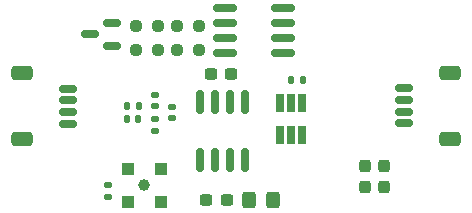
<source format=gbr>
%TF.GenerationSoftware,KiCad,Pcbnew,(6.0.4-0)*%
%TF.CreationDate,2022-08-01T10:55:25-06:00*%
%TF.ProjectId,lm334-source,6c6d3333-342d-4736-9f75-7263652e6b69,rev?*%
%TF.SameCoordinates,Original*%
%TF.FileFunction,Paste,Top*%
%TF.FilePolarity,Positive*%
%FSLAX46Y46*%
G04 Gerber Fmt 4.6, Leading zero omitted, Abs format (unit mm)*
G04 Created by KiCad (PCBNEW (6.0.4-0)) date 2022-08-01 10:55:25*
%MOMM*%
%LPD*%
G01*
G04 APERTURE LIST*
G04 Aperture macros list*
%AMRoundRect*
0 Rectangle with rounded corners*
0 $1 Rounding radius*
0 $2 $3 $4 $5 $6 $7 $8 $9 X,Y pos of 4 corners*
0 Add a 4 corners polygon primitive as box body*
4,1,4,$2,$3,$4,$5,$6,$7,$8,$9,$2,$3,0*
0 Add four circle primitives for the rounded corners*
1,1,$1+$1,$2,$3*
1,1,$1+$1,$4,$5*
1,1,$1+$1,$6,$7*
1,1,$1+$1,$8,$9*
0 Add four rect primitives between the rounded corners*
20,1,$1+$1,$2,$3,$4,$5,0*
20,1,$1+$1,$4,$5,$6,$7,0*
20,1,$1+$1,$6,$7,$8,$9,0*
20,1,$1+$1,$8,$9,$2,$3,0*%
G04 Aperture macros list end*
%ADD10RoundRect,0.237500X-0.300000X-0.237500X0.300000X-0.237500X0.300000X0.237500X-0.300000X0.237500X0*%
%ADD11R,0.650000X1.560000*%
%ADD12RoundRect,0.237500X0.250000X0.237500X-0.250000X0.237500X-0.250000X-0.237500X0.250000X-0.237500X0*%
%ADD13RoundRect,0.150000X-0.150000X0.825000X-0.150000X-0.825000X0.150000X-0.825000X0.150000X0.825000X0*%
%ADD14RoundRect,0.150000X-0.825000X-0.150000X0.825000X-0.150000X0.825000X0.150000X-0.825000X0.150000X0*%
%ADD15RoundRect,0.135000X-0.185000X0.135000X-0.185000X-0.135000X0.185000X-0.135000X0.185000X0.135000X0*%
%ADD16RoundRect,0.150000X0.587500X0.150000X-0.587500X0.150000X-0.587500X-0.150000X0.587500X-0.150000X0*%
%ADD17R,1.000000X1.000000*%
%ADD18C,1.000000*%
%ADD19RoundRect,0.237500X0.300000X0.237500X-0.300000X0.237500X-0.300000X-0.237500X0.300000X-0.237500X0*%
%ADD20RoundRect,0.147500X0.147500X0.172500X-0.147500X0.172500X-0.147500X-0.172500X0.147500X-0.172500X0*%
%ADD21RoundRect,0.250000X0.325000X0.450000X-0.325000X0.450000X-0.325000X-0.450000X0.325000X-0.450000X0*%
%ADD22RoundRect,0.147500X-0.172500X0.147500X-0.172500X-0.147500X0.172500X-0.147500X0.172500X0.147500X0*%
%ADD23RoundRect,0.147500X-0.147500X-0.172500X0.147500X-0.172500X0.147500X0.172500X-0.147500X0.172500X0*%
%ADD24RoundRect,0.150000X-0.625000X0.150000X-0.625000X-0.150000X0.625000X-0.150000X0.625000X0.150000X0*%
%ADD25RoundRect,0.250000X-0.650000X0.350000X-0.650000X-0.350000X0.650000X-0.350000X0.650000X0.350000X0*%
%ADD26RoundRect,0.237500X0.237500X-0.287500X0.237500X0.287500X-0.237500X0.287500X-0.237500X-0.287500X0*%
%ADD27RoundRect,0.150000X0.625000X-0.150000X0.625000X0.150000X-0.625000X0.150000X-0.625000X-0.150000X0*%
%ADD28RoundRect,0.250000X0.650000X-0.350000X0.650000X0.350000X-0.650000X0.350000X-0.650000X-0.350000X0*%
G04 APERTURE END LIST*
D10*
%TO.C,C5*%
X116987500Y-98450000D03*
X118712500Y-98450000D03*
%TD*%
D11*
%TO.C,U1*%
X123200000Y-93000000D03*
X124150000Y-93000000D03*
X125100000Y-93000000D03*
X125100000Y-90300000D03*
X124150000Y-90300000D03*
X123200000Y-90300000D03*
%TD*%
D12*
%TO.C,R9*%
X112862500Y-83750000D03*
X111037500Y-83750000D03*
%TD*%
%TO.C,R8*%
X114537500Y-83750000D03*
X116362500Y-83750000D03*
%TD*%
%TO.C,R7*%
X112862500Y-85750000D03*
X111037500Y-85750000D03*
%TD*%
%TO.C,R6*%
X114537500Y-85750000D03*
X116362500Y-85750000D03*
%TD*%
D13*
%TO.C,U3*%
X120255000Y-90175000D03*
X118985000Y-90175000D03*
X117715000Y-90175000D03*
X116445000Y-90175000D03*
X116445000Y-95125000D03*
X117715000Y-95125000D03*
X118985000Y-95125000D03*
X120255000Y-95125000D03*
%TD*%
D14*
%TO.C,U2*%
X118575000Y-82245000D03*
X118575000Y-83515000D03*
X118575000Y-84785000D03*
X118575000Y-86055000D03*
X123525000Y-86055000D03*
X123525000Y-84785000D03*
X123525000Y-83515000D03*
X123525000Y-82245000D03*
%TD*%
D15*
%TO.C,R5*%
X108650000Y-98250000D03*
X108650000Y-97230000D03*
%TD*%
D16*
%TO.C,Q1*%
X107112500Y-84450000D03*
X108987500Y-83500000D03*
X108987500Y-85400000D03*
%TD*%
D17*
%TO.C,J3*%
X110350000Y-95850000D03*
X113150000Y-95850000D03*
X113150000Y-98650000D03*
X110350000Y-98650000D03*
D18*
X111750000Y-97250000D03*
%TD*%
D19*
%TO.C,C6*%
X117387500Y-87850000D03*
X119112500Y-87850000D03*
%TD*%
D20*
%TO.C,R3*%
X111250000Y-90550000D03*
X110280000Y-90550000D03*
%TD*%
%TO.C,R4*%
X111235000Y-91650000D03*
X110265000Y-91650000D03*
%TD*%
D21*
%TO.C,L1*%
X122660000Y-98450000D03*
X120610000Y-98450000D03*
%TD*%
D22*
%TO.C,C1*%
X112650000Y-89565000D03*
X112650000Y-90535000D03*
%TD*%
%TO.C,C2*%
X112650000Y-91650000D03*
X112650000Y-92620000D03*
%TD*%
%TO.C,C3*%
X114050000Y-90590000D03*
X114050000Y-91560000D03*
%TD*%
D23*
%TO.C,C4*%
X125135000Y-88350000D03*
X124165000Y-88350000D03*
%TD*%
D24*
%TO.C,J1*%
X105250000Y-89050000D03*
X105250000Y-90050000D03*
X105250000Y-91050000D03*
X105250000Y-92050000D03*
D25*
X101375000Y-93350000D03*
X101375000Y-87750000D03*
%TD*%
D26*
%TO.C,R1*%
X132050000Y-97375000D03*
X132050000Y-95625000D03*
%TD*%
%TO.C,R2*%
X130400000Y-97375000D03*
X130400000Y-95625000D03*
%TD*%
D27*
%TO.C,J2*%
X133750000Y-92000000D03*
X133750000Y-91000000D03*
X133750000Y-90000000D03*
X133750000Y-89000000D03*
D28*
X137625000Y-87700000D03*
X137625000Y-93300000D03*
%TD*%
M02*

</source>
